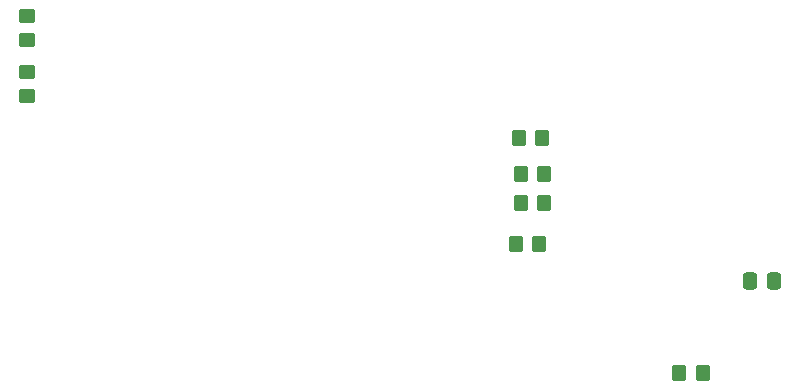
<source format=gbp>
G04 #@! TF.GenerationSoftware,KiCad,Pcbnew,9.0.1*
G04 #@! TF.CreationDate,2025-11-10T14:14:08+08:00*
G04 #@! TF.ProjectId,IMD_TSMS_latch_logic,494d445f-5453-44d5-935f-6c617463685f,rev?*
G04 #@! TF.SameCoordinates,Original*
G04 #@! TF.FileFunction,Paste,Bot*
G04 #@! TF.FilePolarity,Positive*
%FSLAX46Y46*%
G04 Gerber Fmt 4.6, Leading zero omitted, Abs format (unit mm)*
G04 Created by KiCad (PCBNEW 9.0.1) date 2025-11-10 14:14:08*
%MOMM*%
%LPD*%
G01*
G04 APERTURE LIST*
G04 Aperture macros list*
%AMRoundRect*
0 Rectangle with rounded corners*
0 $1 Rounding radius*
0 $2 $3 $4 $5 $6 $7 $8 $9 X,Y pos of 4 corners*
0 Add a 4 corners polygon primitive as box body*
4,1,4,$2,$3,$4,$5,$6,$7,$8,$9,$2,$3,0*
0 Add four circle primitives for the rounded corners*
1,1,$1+$1,$2,$3*
1,1,$1+$1,$4,$5*
1,1,$1+$1,$6,$7*
1,1,$1+$1,$8,$9*
0 Add four rect primitives between the rounded corners*
20,1,$1+$1,$2,$3,$4,$5,0*
20,1,$1+$1,$4,$5,$6,$7,0*
20,1,$1+$1,$6,$7,$8,$9,0*
20,1,$1+$1,$8,$9,$2,$3,0*%
G04 Aperture macros list end*
%ADD10RoundRect,0.250000X0.337500X0.475000X-0.337500X0.475000X-0.337500X-0.475000X0.337500X-0.475000X0*%
%ADD11RoundRect,0.250000X0.450000X-0.350000X0.450000X0.350000X-0.450000X0.350000X-0.450000X-0.350000X0*%
%ADD12RoundRect,0.250000X-0.450000X0.350000X-0.450000X-0.350000X0.450000X-0.350000X0.450000X0.350000X0*%
%ADD13RoundRect,0.250000X-0.350000X-0.450000X0.350000X-0.450000X0.350000X0.450000X-0.350000X0.450000X0*%
G04 APERTURE END LIST*
D10*
X160502600Y-116179600D03*
X158427600Y-116179600D03*
D11*
X97250000Y-95750000D03*
X97250000Y-93750000D03*
D12*
X97250000Y-98500000D03*
X97250000Y-100500000D03*
D13*
X138602500Y-113067500D03*
X140602500Y-113067500D03*
X138852500Y-104067500D03*
X140852500Y-104067500D03*
X139005000Y-109600000D03*
X141005000Y-109600000D03*
X139005000Y-107100000D03*
X141005000Y-107100000D03*
X152416000Y-124002800D03*
X154416000Y-124002800D03*
M02*

</source>
